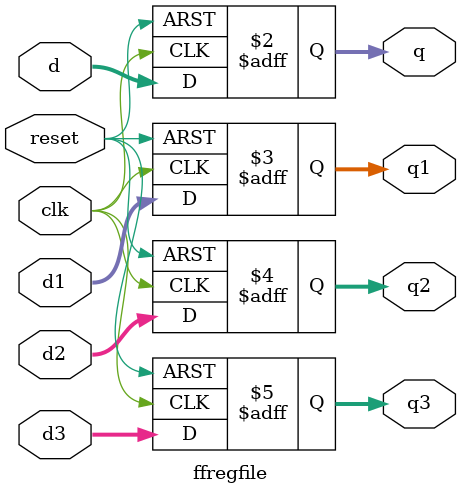
<source format=sv>
module ffregfile #(parameter WIDTH = 8)
					(input logic clk, reset,
					input logic [WIDTH-1:0] d,
					input logic [WIDTH-1:0] d1,
					input logic [3:0] d2,
					input logic [WIDTH-1:0] d3,
					output logic [WIDTH-1:0] q,
					output logic [WIDTH-1:0] q1,
					output logic [3:0] q2,
					output logic [WIDTH-1:0] q3);
					
	always_ff @(posedge clk, posedge reset)
		if (reset) begin
			q <= 0;
			q1<= 0;
			q2<= 0;
			q3<= 0;
		end
		else begin
			q <= d;
			q1 <= d1;
			q2 <= d2;
			q3 <= d3;
		end
endmodule
</source>
